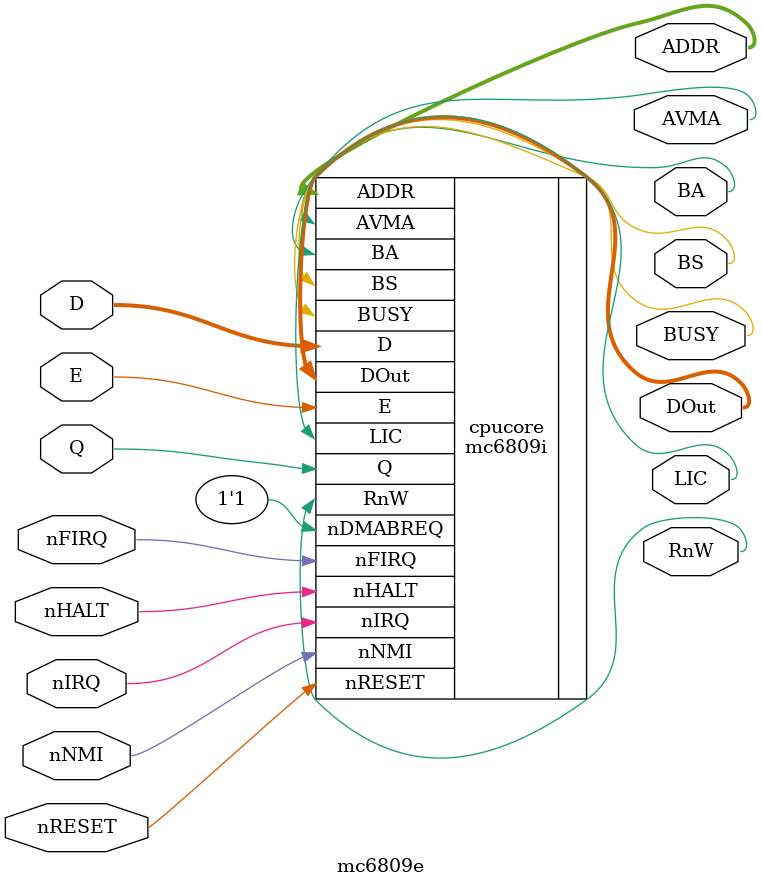
<source format=v>
`timescale 1ns / 1ps
module mc6809e(
    input   [7:0] D,
    output  [7:0] DOut,
    output  [15:0] ADDR,
    output  RnW,
    input   E,
    input   Q,
    output  BS,
    output  BA,
    input   nIRQ,
    input   nFIRQ,
    input   nNMI,
    output  AVMA,
    output  BUSY,
    output  LIC,
    input 	nHALT,	 
    input   nRESET

    );



mc6809i cpucore (.D(D), .DOut(DOut), .ADDR(ADDR), .RnW(RnW), .E(E), .Q(Q), .BS(BS), .BA(BA), .nIRQ(nIRQ), .nFIRQ(nFIRQ), 
                .nNMI(nNMI), .AVMA(AVMA), .BUSY(BUSY), .LIC(LIC), .nHALT(nHALT), .nRESET(nRESET), .nDMABREQ(1'b1)
                );


endmodule

</source>
